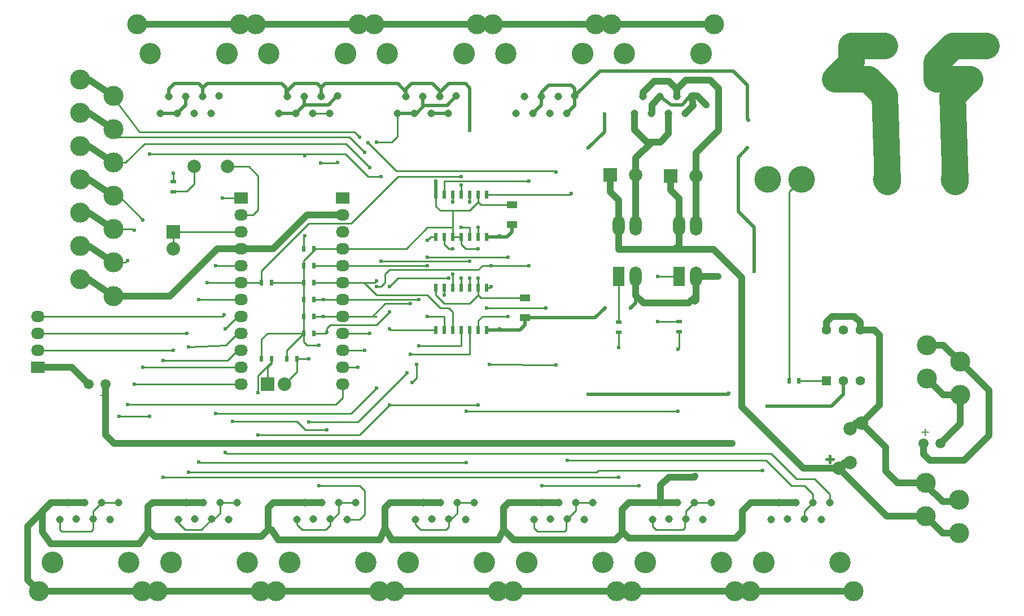
<source format=gtl>
G04 #@! TF.FileFunction,Copper,L1,Top,Signal*
%FSLAX46Y46*%
G04 Gerber Fmt 4.6, Leading zero omitted, Abs format (unit mm)*
G04 Created by KiCad (PCBNEW (2015-05-13 BZR 5653)-product) date Tue 09 Jun 2015 09:53:39 PM CEST*
%MOMM*%
G01*
G04 APERTURE LIST*
%ADD10C,0.100000*%
%ADD11C,0.150000*%
%ADD12C,0.381000*%
%ADD13C,3.000000*%
%ADD14R,2.032000X2.032000*%
%ADD15O,2.032000X2.032000*%
%ADD16R,2.032000X1.727200*%
%ADD17O,2.032000X1.727200*%
%ADD18C,3.251200*%
%ADD19C,3.200400*%
%ADD20C,1.143000*%
%ADD21C,1.501140*%
%ADD22C,1.998980*%
%ADD23R,1.600000X1.000000*%
%ADD24R,1.998980X1.998980*%
%ADD25R,1.397000X1.397000*%
%ADD26C,1.397000*%
%ADD27R,0.500000X0.900000*%
%ADD28R,0.900000X0.500000*%
%ADD29R,1.800000X3.000000*%
%ADD30O,1.800000X3.000000*%
%ADD31C,4.000000*%
%ADD32R,0.508000X1.143000*%
%ADD33C,0.600000*%
%ADD34C,0.250000*%
%ADD35C,1.000000*%
%ADD36C,0.500000*%
%ADD37C,4.000000*%
G04 APERTURE END LIST*
D10*
D11*
X124190760Y-85519260D02*
X123690380Y-85519260D01*
X124190760Y-85519260D02*
X124190760Y-86019640D01*
X124691140Y-85519260D02*
X124190760Y-85519260D01*
X124190760Y-85519260D02*
X124190760Y-85120480D01*
X124190760Y-85120480D02*
X124190760Y-85018880D01*
X247411240Y-91010740D02*
X247911620Y-91010740D01*
X247411240Y-91010740D02*
X247411240Y-90510360D01*
X246910860Y-91010740D02*
X247411240Y-91010740D01*
X247411240Y-91010740D02*
X247411240Y-91409520D01*
X247411240Y-91409520D02*
X247411240Y-91511120D01*
D12*
X232537000Y-95123000D02*
X233553000Y-95123000D01*
X233045000Y-95631000D02*
X233045000Y-94615000D01*
D13*
X247474740Y-98672640D03*
X252476000Y-101172000D03*
X252476000Y-106172000D03*
X247474740Y-103672640D03*
D14*
X148780000Y-83820000D03*
D15*
X151320000Y-83820000D03*
D16*
X160020000Y-55880000D03*
D17*
X160020000Y-58420000D03*
X160020000Y-60960000D03*
X160020000Y-63500000D03*
X160020000Y-66040000D03*
X160020000Y-68580000D03*
X160020000Y-71120000D03*
X160020000Y-73660000D03*
X160020000Y-76200000D03*
X160020000Y-78740000D03*
X160020000Y-81280000D03*
X160020000Y-83820000D03*
D16*
X144780000Y-55880000D03*
D17*
X144780000Y-58420000D03*
X144780000Y-60960000D03*
X144780000Y-63500000D03*
X144780000Y-66040000D03*
X144780000Y-68580000D03*
X144780000Y-71120000D03*
X144780000Y-73660000D03*
X144780000Y-76200000D03*
X144780000Y-78740000D03*
X144780000Y-81280000D03*
X144780000Y-83820000D03*
D18*
X213741000Y-34188400D03*
D19*
X202285600Y-34188400D03*
D20*
X205079600Y-40640000D03*
X207619600Y-40665400D03*
X210134200Y-40665400D03*
X212608160Y-40622220D03*
X203809600Y-43180000D03*
X206349600Y-43180000D03*
X208864200Y-43180000D03*
X211429600Y-43180000D03*
D13*
X215741000Y-29840000D03*
X200280000Y-29840000D03*
D14*
X134620000Y-60960000D03*
D15*
X134620000Y-63500000D03*
D21*
X121920000Y-83820000D03*
X124460000Y-83820000D03*
X249682000Y-92710000D03*
X247142000Y-92710000D03*
D22*
X237792260Y-89689940D03*
X234393740Y-96492060D03*
X236093000Y-90551000D03*
X236093000Y-95631000D03*
D23*
X185420000Y-56920000D03*
X185420000Y-59920000D03*
X187325000Y-70890000D03*
X187325000Y-73890000D03*
D18*
X142621000Y-34188400D03*
D19*
X131165600Y-34188400D03*
D20*
X133959600Y-40640000D03*
X136499600Y-40665400D03*
X139014200Y-40665400D03*
X141488160Y-40622220D03*
X132689600Y-43180000D03*
X135229600Y-43180000D03*
X137744200Y-43180000D03*
X140309600Y-43180000D03*
D13*
X144621000Y-29840000D03*
X129160000Y-29840000D03*
D22*
X212979000Y-52578000D03*
D24*
X209169000Y-52578000D03*
D22*
X203962000Y-52451000D03*
D24*
X200152000Y-52451000D03*
D18*
X116459000Y-110591600D03*
D19*
X127914400Y-110591600D03*
D20*
X125120400Y-104140000D03*
X122580400Y-104114600D03*
X120065800Y-104114600D03*
X117591840Y-104157780D03*
X126390400Y-101600000D03*
X123850400Y-101600000D03*
X121335800Y-101600000D03*
X118770400Y-101600000D03*
D13*
X114459000Y-114940000D03*
X129920000Y-114940000D03*
D18*
X134239000Y-110591600D03*
D19*
X145694400Y-110591600D03*
D20*
X142900400Y-104140000D03*
X140360400Y-104114600D03*
X137845800Y-104114600D03*
X135371840Y-104157780D03*
X144170400Y-101600000D03*
X141630400Y-101600000D03*
X139115800Y-101600000D03*
X136550400Y-101600000D03*
D13*
X132239000Y-114940000D03*
X147700000Y-114940000D03*
D18*
X195961000Y-34188400D03*
D19*
X184505600Y-34188400D03*
D20*
X187299600Y-40640000D03*
X189839600Y-40665400D03*
X192354200Y-40665400D03*
X194828160Y-40622220D03*
X186029600Y-43180000D03*
X188569600Y-43180000D03*
X191084200Y-43180000D03*
X193649600Y-43180000D03*
D13*
X197961000Y-29840000D03*
X182500000Y-29840000D03*
D18*
X223139000Y-110591600D03*
D19*
X234594400Y-110591600D03*
D20*
X231800400Y-104140000D03*
X229260400Y-104114600D03*
X226745800Y-104114600D03*
X224271840Y-104157780D03*
X233070400Y-101600000D03*
X230530400Y-101600000D03*
X228015800Y-101600000D03*
X225450400Y-101600000D03*
D13*
X221139000Y-114940000D03*
X236600000Y-114940000D03*
X249040640Y-38021260D03*
X251540000Y-33020000D03*
X256540000Y-33020000D03*
X254040640Y-38021260D03*
X233800640Y-38021260D03*
X236300000Y-33020000D03*
X241300000Y-33020000D03*
X238800640Y-38021260D03*
X247601740Y-77971640D03*
X252603000Y-80471000D03*
X252603000Y-85471000D03*
X247601740Y-82971640D03*
D25*
X232537000Y-83312000D03*
D26*
X235077000Y-83312000D03*
X237617000Y-83312000D03*
X237617000Y-75692000D03*
X235077000Y-75692000D03*
X232537000Y-75692000D03*
D27*
X154190000Y-73660000D03*
X155690000Y-73660000D03*
X154190000Y-71120000D03*
X155690000Y-71120000D03*
X154190000Y-68580000D03*
X155690000Y-68580000D03*
X155690000Y-66040000D03*
X154190000Y-66040000D03*
X147840000Y-80010000D03*
X149340000Y-80010000D03*
X151650000Y-80010000D03*
X153150000Y-80010000D03*
X149340000Y-68580000D03*
X147840000Y-68580000D03*
X154190000Y-76200000D03*
X155690000Y-76200000D03*
X155690000Y-63500000D03*
X154190000Y-63500000D03*
D28*
X210439000Y-74434000D03*
X210439000Y-75934000D03*
X201422000Y-74561000D03*
X201422000Y-76061000D03*
D27*
X226961000Y-83312000D03*
X228461000Y-83312000D03*
D16*
X114300000Y-81280000D03*
D17*
X114300000Y-78740000D03*
X114300000Y-76200000D03*
X114300000Y-73660000D03*
D13*
X120650000Y-68100000D03*
X125651260Y-70599360D03*
X125651260Y-65599360D03*
X120650000Y-63100000D03*
X120650000Y-58100000D03*
X125651260Y-60599360D03*
X125651260Y-55599360D03*
X120650000Y-53100000D03*
X120650000Y-48100000D03*
X125651260Y-50599360D03*
X125651260Y-45599360D03*
X120650000Y-43100000D03*
X120650000Y-38100000D03*
X125651260Y-40599360D03*
D18*
X152019000Y-110591600D03*
D19*
X163474400Y-110591600D03*
D20*
X160680400Y-104140000D03*
X158140400Y-104114600D03*
X155625800Y-104114600D03*
X153151840Y-104157780D03*
X161950400Y-101600000D03*
X159410400Y-101600000D03*
X156895800Y-101600000D03*
X154330400Y-101600000D03*
D13*
X150019000Y-114940000D03*
X165480000Y-114940000D03*
D18*
X169799000Y-110591600D03*
D19*
X181254400Y-110591600D03*
D20*
X178460400Y-104140000D03*
X175920400Y-104114600D03*
X173405800Y-104114600D03*
X170931840Y-104157780D03*
X179730400Y-101600000D03*
X177190400Y-101600000D03*
X174675800Y-101600000D03*
X172110400Y-101600000D03*
D13*
X167799000Y-114940000D03*
X183260000Y-114940000D03*
D18*
X178181000Y-34188400D03*
D19*
X166725600Y-34188400D03*
D20*
X169519600Y-40640000D03*
X172059600Y-40665400D03*
X174574200Y-40665400D03*
X177048160Y-40622220D03*
X168249600Y-43180000D03*
X170789600Y-43180000D03*
X173304200Y-43180000D03*
X175869600Y-43180000D03*
D13*
X180181000Y-29840000D03*
X164720000Y-29840000D03*
D18*
X160401000Y-34188400D03*
D19*
X148945600Y-34188400D03*
D20*
X151739600Y-40640000D03*
X154279600Y-40665400D03*
X156794200Y-40665400D03*
X159268160Y-40622220D03*
X150469600Y-43180000D03*
X153009600Y-43180000D03*
X155524200Y-43180000D03*
X158089600Y-43180000D03*
D13*
X162401000Y-29840000D03*
X146940000Y-29840000D03*
D18*
X187579000Y-110591600D03*
D19*
X199034400Y-110591600D03*
D20*
X196240400Y-104140000D03*
X193700400Y-104114600D03*
X191185800Y-104114600D03*
X188711840Y-104157780D03*
X197510400Y-101600000D03*
X194970400Y-101600000D03*
X192455800Y-101600000D03*
X189890400Y-101600000D03*
D13*
X185579000Y-114940000D03*
X201040000Y-114940000D03*
D18*
X205359000Y-110591600D03*
D19*
X216814400Y-110591600D03*
D20*
X214020400Y-104140000D03*
X211480400Y-104114600D03*
X208965800Y-104114600D03*
X206491840Y-104157780D03*
X215290400Y-101600000D03*
X212750400Y-101600000D03*
X210235800Y-101600000D03*
X207670400Y-101600000D03*
D13*
X203359000Y-114940000D03*
X218820000Y-114940000D03*
D29*
X210439000Y-67691000D03*
D30*
X212979000Y-67691000D03*
X212979000Y-60071000D03*
X210439000Y-60071000D03*
D29*
X201422000Y-67691000D03*
D30*
X203962000Y-67691000D03*
X203962000Y-60071000D03*
X201422000Y-60071000D03*
D31*
X251714000Y-53086000D03*
X241554000Y-53086000D03*
X228854000Y-53086000D03*
X223774000Y-53086000D03*
D22*
X142707360Y-51181000D03*
X137706100Y-51181000D03*
D28*
X134620000Y-54979000D03*
X134620000Y-53479000D03*
D32*
X173990000Y-75692000D03*
X175260000Y-75692000D03*
X176530000Y-75692000D03*
X177800000Y-75692000D03*
X179070000Y-75692000D03*
X180340000Y-75692000D03*
X181610000Y-75692000D03*
X181610000Y-69342000D03*
X180340000Y-69342000D03*
X177800000Y-69342000D03*
X176530000Y-69342000D03*
X175260000Y-69342000D03*
X173990000Y-69342000D03*
X179070000Y-69342000D03*
X173990000Y-61722000D03*
X175260000Y-61722000D03*
X176530000Y-61722000D03*
X177800000Y-61722000D03*
X179070000Y-61722000D03*
X180340000Y-61722000D03*
X181610000Y-61722000D03*
X181610000Y-55372000D03*
X180340000Y-55372000D03*
X177800000Y-55372000D03*
X176530000Y-55372000D03*
X175260000Y-55372000D03*
X173990000Y-55372000D03*
X179070000Y-55372000D03*
D33*
X134620000Y-52197000D03*
X212852000Y-97663000D03*
X212852000Y-71374000D03*
X162401000Y-29840000D03*
X216281000Y-67691000D03*
X214503000Y-41910000D03*
X152146000Y-60960000D03*
X183515000Y-75565000D03*
X183515000Y-61595000D03*
X199390000Y-72390000D03*
X203200000Y-72390000D03*
X167005000Y-75565000D03*
X167005000Y-86995000D03*
X147320000Y-91440000D03*
X147320000Y-85090000D03*
X180340000Y-86995000D03*
X189865000Y-99060000D03*
X204470000Y-99060000D03*
X175260000Y-70485000D03*
X181610000Y-72390000D03*
X190500000Y-72390000D03*
X154940000Y-80010000D03*
X154940000Y-89535000D03*
X169672000Y-82169000D03*
X207264000Y-74422000D03*
X207264000Y-67691000D03*
X156464000Y-99060000D03*
X156464000Y-77978000D03*
X180340000Y-63500000D03*
X180340000Y-67945000D03*
X179070000Y-45720000D03*
X173990000Y-53340000D03*
X172720000Y-66040000D03*
X172720000Y-73660000D03*
X165100000Y-68326000D03*
X165100000Y-47498000D03*
X170434000Y-83566000D03*
X156718000Y-50673000D03*
X159258000Y-50546000D03*
X163830000Y-47625000D03*
X192000000Y-52000000D03*
X192000000Y-81000000D03*
X181991000Y-80899000D03*
X171069000Y-80899000D03*
X157099000Y-71120000D03*
X171450000Y-71120000D03*
X171450000Y-78105000D03*
X157099000Y-73660000D03*
X170180000Y-71755000D03*
X170180000Y-79375000D03*
X164084000Y-76200000D03*
X164084000Y-51308000D03*
X163322000Y-78740000D03*
X163322000Y-49022000D03*
X162306000Y-81280000D03*
X162560000Y-46736000D03*
X127762000Y-86868000D03*
X127762000Y-65278000D03*
X141986000Y-55880000D03*
X142240000Y-73406000D03*
X136652000Y-76200000D03*
X134620000Y-78740000D03*
X182245000Y-66040000D03*
X182245000Y-69215000D03*
X140970000Y-66040000D03*
X140970000Y-88265000D03*
X165100000Y-84455000D03*
X165100000Y-69215000D03*
X187960000Y-53340000D03*
X187960000Y-66040000D03*
X139700000Y-68580000D03*
X177800000Y-53975000D03*
X177800000Y-52705000D03*
X210312000Y-78613000D03*
X210312000Y-87884000D03*
X178562000Y-87884000D03*
X178562000Y-95631000D03*
X138430000Y-95504000D03*
X138430000Y-71120000D03*
X142367000Y-75565000D03*
X142367000Y-94107000D03*
X223012000Y-96774000D03*
X136906000Y-97028000D03*
X136906000Y-78232000D03*
X133096000Y-80264000D03*
X133096000Y-97790000D03*
X201422000Y-97790000D03*
X201422000Y-78359000D03*
X130048000Y-81280000D03*
X130048000Y-59182000D03*
X128778000Y-83820000D03*
X128778000Y-60706000D03*
X218440000Y-92710000D03*
X221742000Y-66929000D03*
X220726000Y-48387000D03*
X220853000Y-44196000D03*
X131064000Y-49276000D03*
X131064000Y-88646000D03*
X126492000Y-88646000D03*
X179070000Y-67945000D03*
X179070000Y-65405000D03*
X165735000Y-65405000D03*
X165735000Y-52705000D03*
X154305000Y-49530000D03*
X154305000Y-61595000D03*
X143510000Y-89408000D03*
X157607000Y-90678000D03*
X157607000Y-76073000D03*
X167005000Y-73025000D03*
X167005000Y-69215000D03*
X175895000Y-67945000D03*
X177800000Y-67945000D03*
X223647000Y-87122000D03*
X217932000Y-85217000D03*
X196850000Y-85344000D03*
X196850000Y-48387000D03*
X199263000Y-43307000D03*
X172720000Y-62230000D03*
X172720000Y-64770000D03*
X184785000Y-64770000D03*
X184785000Y-73660000D03*
X176530000Y-63500000D03*
X176530000Y-67310000D03*
X176530000Y-56515000D03*
X177800000Y-60325000D03*
X179070000Y-56515000D03*
X180340000Y-60325000D03*
X194310000Y-55245000D03*
X193675000Y-95250000D03*
D34*
X134620000Y-52197000D02*
X134620000Y-53479000D01*
D35*
X212852000Y-97663000D02*
X212725000Y-97790000D01*
X212725000Y-97790000D02*
X208915000Y-97790000D01*
X208915000Y-97790000D02*
X207670400Y-99034600D01*
X207670400Y-99034600D02*
X207670400Y-101600000D01*
X212979000Y-71247000D02*
X212852000Y-71374000D01*
X212979000Y-67691000D02*
X212979000Y-71247000D01*
X225450400Y-101600000D02*
X228015800Y-101600000D01*
X201930000Y-106172000D02*
X202184000Y-106172000D01*
X221234000Y-101600000D02*
X225450400Y-101600000D01*
X219964000Y-102870000D02*
X221234000Y-101600000D01*
X219964000Y-105918000D02*
X219964000Y-102870000D01*
X218948000Y-106934000D02*
X219964000Y-105918000D01*
X202946000Y-106934000D02*
X218948000Y-106934000D01*
X202184000Y-106172000D02*
X202946000Y-106934000D01*
X189890400Y-101600000D02*
X192455800Y-101600000D01*
X207670400Y-101600000D02*
X210235800Y-101600000D01*
X184150000Y-105664000D02*
X185674000Y-107188000D01*
X202946000Y-101600000D02*
X207670400Y-101600000D01*
X201930000Y-102616000D02*
X202946000Y-101600000D01*
X201930000Y-106172000D02*
X201930000Y-102616000D01*
X200914000Y-107188000D02*
X201930000Y-106172000D01*
X185674000Y-107188000D02*
X200914000Y-107188000D01*
D34*
X221139000Y-113697000D02*
X221139000Y-114940000D01*
D35*
X221139000Y-114940000D02*
X236600000Y-114940000D01*
X146940000Y-29840000D02*
X144621000Y-29840000D01*
X164720000Y-29840000D02*
X162401000Y-29840000D01*
X144621000Y-29840000D02*
X129160000Y-29840000D01*
X162401000Y-29840000D02*
X146940000Y-29840000D01*
D34*
X162401000Y-29840000D02*
X164720000Y-29840000D01*
X155524200Y-43180000D02*
X158089600Y-43180000D01*
D35*
X165480000Y-114940000D02*
X167799000Y-114940000D01*
D34*
X154178000Y-101447600D02*
X154330400Y-101600000D01*
D36*
X173304200Y-43180000D02*
X175869600Y-43180000D01*
D35*
X180181000Y-29840000D02*
X164720000Y-29840000D01*
X150019000Y-114940000D02*
X165480000Y-114940000D01*
X167799000Y-114940000D02*
X183260000Y-114940000D01*
D34*
X172085000Y-101574600D02*
X172110400Y-101600000D01*
D35*
X180181000Y-29840000D02*
X182500000Y-29840000D01*
X183260000Y-114940000D02*
X185579000Y-114940000D01*
X182500000Y-29840000D02*
X197961000Y-29840000D01*
X125651260Y-70599360D02*
X134124640Y-70599360D01*
X141224000Y-63500000D02*
X144780000Y-63500000D01*
X134124640Y-70599360D02*
X141224000Y-63500000D01*
X144780000Y-63500000D02*
X149606000Y-63500000D01*
X152146000Y-60960000D02*
X154686000Y-58420000D01*
X149606000Y-63500000D02*
X152146000Y-60960000D01*
X154686000Y-58420000D02*
X160020000Y-58420000D01*
X247474740Y-98672640D02*
X243198640Y-98672640D01*
X241427000Y-93324680D02*
X237792260Y-89689940D01*
X241427000Y-96901000D02*
X241427000Y-93324680D01*
X243198640Y-98672640D02*
X241427000Y-96901000D01*
X212979000Y-67691000D02*
X216281000Y-67691000D01*
X114300000Y-81280000D02*
X119380000Y-81280000D01*
X119380000Y-81280000D02*
X121920000Y-83820000D01*
X120650000Y-68100000D02*
X121881900Y-68100000D01*
X121881900Y-68100000D02*
X125651260Y-70599360D01*
D34*
X203359000Y-113824000D02*
X203359000Y-114940000D01*
D35*
X218820000Y-114940000D02*
X221139000Y-114940000D01*
X201040000Y-114940000D02*
X203359000Y-114940000D01*
X203359000Y-114940000D02*
X218820000Y-114940000D01*
X147700000Y-114940000D02*
X150019000Y-114940000D01*
X129920000Y-114940000D02*
X132239000Y-114940000D01*
X114459000Y-114940000D02*
X129920000Y-114940000D01*
X132239000Y-114940000D02*
X147700000Y-114940000D01*
X185579000Y-114940000D02*
X201040000Y-114940000D01*
D34*
X136398000Y-101447600D02*
X136550400Y-101600000D01*
X189992000Y-101498400D02*
X189890400Y-101600000D01*
D35*
X236954060Y-89689940D02*
X236093000Y-90551000D01*
X237792260Y-89689940D02*
X236954060Y-89689940D01*
X206375000Y-43154600D02*
X206349600Y-43180000D01*
X206375000Y-41910000D02*
X206375000Y-43154600D01*
X207619600Y-40665400D02*
X206375000Y-41910000D01*
X212608160Y-42001440D02*
X211429600Y-43180000D01*
X212354160Y-40622220D02*
X212608160Y-42001440D01*
D36*
X209245200Y-41910000D02*
X207619600Y-40665400D01*
X210947000Y-41910000D02*
X209245200Y-41910000D01*
X212107780Y-40622220D02*
X210947000Y-41910000D01*
D34*
X212354160Y-40622220D02*
X212107780Y-40622220D01*
D35*
X213215220Y-40622220D02*
X214503000Y-41910000D01*
X212354160Y-40622220D02*
X213215220Y-40622220D01*
X239725200Y-75692000D02*
X240538000Y-76504800D01*
X240538000Y-76504800D02*
X240538000Y-86944200D01*
X240538000Y-86944200D02*
X237792260Y-89689940D01*
X237617000Y-75692000D02*
X239725200Y-75692000D01*
X237617000Y-74549000D02*
X236728000Y-73660000D01*
X236728000Y-73660000D02*
X233426000Y-73660000D01*
X233426000Y-73660000D02*
X232537000Y-74549000D01*
X232537000Y-74549000D02*
X232537000Y-75692000D01*
X237617000Y-75692000D02*
X237617000Y-74549000D01*
X203962000Y-70510400D02*
X203962000Y-67691000D01*
X205130400Y-71678800D02*
X203962000Y-70510400D01*
X211937600Y-71678800D02*
X205130400Y-71678800D01*
X212979000Y-70637400D02*
X211937600Y-71678800D01*
X212979000Y-67691000D02*
X212979000Y-70637400D01*
X200280000Y-29840000D02*
X215741000Y-29840000D01*
X197961000Y-29840000D02*
X200280000Y-29840000D01*
X249974100Y-101473000D02*
X247474740Y-98973640D01*
X252476000Y-101473000D02*
X249974100Y-101473000D01*
X116205000Y-101600000D02*
X114935000Y-102870000D01*
X114935000Y-102870000D02*
X114935000Y-106045000D01*
X114935000Y-106045000D02*
X116205000Y-107823000D01*
X116205000Y-107823000D02*
X129540000Y-107823000D01*
X129540000Y-107823000D02*
X130810000Y-106045000D01*
X130810000Y-105918000D02*
X130810000Y-102235000D01*
X130810000Y-106045000D02*
X130810000Y-105918000D01*
X130810000Y-102235000D02*
X131445000Y-101600000D01*
X131445000Y-101600000D02*
X136550400Y-101600000D01*
X118770400Y-101600000D02*
X116205000Y-101600000D01*
X131064000Y-105918000D02*
X131826000Y-106680000D01*
X131826000Y-106680000D02*
X147828000Y-106680000D01*
X147828000Y-106680000D02*
X148844000Y-105664000D01*
X148844000Y-105664000D02*
X148844000Y-102362000D01*
X148844000Y-102362000D02*
X149606000Y-101600000D01*
X149606000Y-101600000D02*
X154330400Y-101600000D01*
X130810000Y-105918000D02*
X131064000Y-105918000D01*
X149352000Y-105664000D02*
X150368000Y-107188000D01*
X150368000Y-107188000D02*
X165608000Y-107188000D01*
X165608000Y-107188000D02*
X166370000Y-105410000D01*
X166370000Y-105410000D02*
X166370000Y-102362000D01*
X166370000Y-102362000D02*
X167132000Y-101600000D01*
X167132000Y-101600000D02*
X172110400Y-101600000D01*
X148844000Y-105664000D02*
X149352000Y-105664000D01*
X167386000Y-107188000D02*
X183388000Y-107188000D01*
X183388000Y-107188000D02*
X184150000Y-105664000D01*
X184150000Y-105664000D02*
X184150000Y-102362000D01*
X184150000Y-102362000D02*
X184912000Y-101600000D01*
X184912000Y-101600000D02*
X189890400Y-101600000D01*
X166370000Y-105410000D02*
X167386000Y-107188000D01*
X116332000Y-101600000D02*
X112776000Y-105156000D01*
X112776000Y-105156000D02*
X112776000Y-113257000D01*
X112776000Y-113257000D02*
X114459000Y-114940000D01*
X118770400Y-101600000D02*
X116332000Y-101600000D01*
X118770400Y-101600000D02*
X121335800Y-101600000D01*
X154330400Y-101600000D02*
X156895800Y-101600000D01*
X172110400Y-101600000D02*
X174675800Y-101600000D01*
X136550400Y-101600000D02*
X139115800Y-101600000D01*
D36*
X186563000Y-75692000D02*
X187325000Y-74930000D01*
X187325000Y-74930000D02*
X187325000Y-73890000D01*
X181610000Y-75692000D02*
X186563000Y-75692000D01*
X185420000Y-60960000D02*
X185420000Y-59920000D01*
X184658000Y-61722000D02*
X185420000Y-60960000D01*
X181610000Y-61722000D02*
X184658000Y-61722000D01*
X183388000Y-75692000D02*
X181610000Y-75692000D01*
X183515000Y-75565000D02*
X183388000Y-75692000D01*
X183388000Y-61722000D02*
X183515000Y-61595000D01*
X181610000Y-61722000D02*
X183388000Y-61722000D01*
X197890000Y-73890000D02*
X199390000Y-72390000D01*
X203200000Y-72390000D02*
X203962000Y-71628000D01*
X203962000Y-71628000D02*
X203962000Y-67691000D01*
X187325000Y-73890000D02*
X197890000Y-73890000D01*
D35*
X252476000Y-106172000D02*
X249974100Y-106172000D01*
X249974100Y-106172000D02*
X247474740Y-103672640D01*
X234393740Y-96492060D02*
X234414060Y-96492060D01*
X234414060Y-96492060D02*
X241594640Y-103672640D01*
X241594640Y-103672640D02*
X247474740Y-103672640D01*
X235254800Y-95631000D02*
X234393740Y-96492060D01*
X236093000Y-95631000D02*
X235254800Y-95631000D01*
X229080060Y-96492060D02*
X219837000Y-87249000D01*
X219837000Y-87249000D02*
X219837000Y-67818000D01*
X219837000Y-67818000D02*
X215646000Y-63627000D01*
X209804000Y-63627000D02*
X201422000Y-63627000D01*
X215646000Y-63627000D02*
X209804000Y-63627000D01*
X201422000Y-63627000D02*
X201422000Y-60071000D01*
X234393740Y-96492060D02*
X229080060Y-96492060D01*
X210439000Y-62992000D02*
X209804000Y-63627000D01*
X210439000Y-60071000D02*
X210439000Y-62992000D01*
X200152000Y-54991000D02*
X201422000Y-56261000D01*
X201422000Y-56261000D02*
X201422000Y-60071000D01*
X200152000Y-52451000D02*
X200152000Y-54991000D01*
X209169000Y-54737000D02*
X210439000Y-56007000D01*
X210439000Y-56007000D02*
X210439000Y-60071000D01*
X209169000Y-52578000D02*
X209169000Y-54737000D01*
D34*
X188711840Y-104157780D02*
X188711840Y-105399840D01*
X193548000Y-105664000D02*
X193548000Y-104267000D01*
X193294000Y-105918000D02*
X193548000Y-105664000D01*
X189230000Y-105918000D02*
X193294000Y-105918000D01*
X188711840Y-105399840D02*
X189230000Y-105918000D01*
X193548000Y-104267000D02*
X193700400Y-104114600D01*
X188711840Y-104157780D02*
X188711840Y-104129840D01*
X197510400Y-101600000D02*
X194970400Y-101600000D01*
X194970400Y-102844600D02*
X193700400Y-104114600D01*
X194970400Y-101600000D02*
X194970400Y-102844600D01*
X167005000Y-75565000D02*
X167132000Y-75692000D01*
X167132000Y-75692000D02*
X173990000Y-75692000D01*
X162560000Y-91440000D02*
X167005000Y-86995000D01*
X147320000Y-91440000D02*
X162560000Y-91440000D01*
X147320000Y-82550000D02*
X147320000Y-85090000D01*
X149340000Y-80530000D02*
X147320000Y-82550000D01*
X149340000Y-80010000D02*
X149340000Y-80530000D01*
X180340000Y-86995000D02*
X167005000Y-86995000D01*
X149340000Y-80784000D02*
X148780000Y-81344000D01*
X148780000Y-81344000D02*
X148780000Y-83820000D01*
X149340000Y-80010000D02*
X149340000Y-80784000D01*
X206491840Y-104157780D02*
X206491840Y-105145840D01*
X211328000Y-105410000D02*
X211328000Y-104267000D01*
X211074000Y-105664000D02*
X211328000Y-105410000D01*
X210820000Y-105664000D02*
X211074000Y-105664000D01*
X207010000Y-105664000D02*
X210820000Y-105664000D01*
X206491840Y-105145840D02*
X207010000Y-105664000D01*
X211328000Y-104267000D02*
X211480400Y-104114600D01*
X215290400Y-101600000D02*
X212750400Y-101600000D01*
X212750400Y-101600000D02*
X211480400Y-102870000D01*
X211480400Y-102870000D02*
X211480400Y-104114600D01*
X189865000Y-99060000D02*
X204470000Y-99060000D01*
X181610000Y-72390000D02*
X190500000Y-72390000D01*
X175260000Y-69342000D02*
X175260000Y-70485000D01*
X153150000Y-81990000D02*
X151320000Y-83820000D01*
X153150000Y-80010000D02*
X153150000Y-81990000D01*
X154940000Y-89535000D02*
X162306000Y-89535000D01*
X162306000Y-89535000D02*
X169672000Y-82169000D01*
X153150000Y-80010000D02*
X154940000Y-80010000D01*
X210439000Y-67691000D02*
X207264000Y-67691000D01*
X207276000Y-74434000D02*
X210439000Y-74434000D01*
X207264000Y-74422000D02*
X207276000Y-74434000D01*
D35*
X212979000Y-52578000D02*
X212979000Y-60071000D01*
X210134200Y-39547800D02*
X211455000Y-38227000D01*
X211455000Y-38227000D02*
X215138000Y-38227000D01*
X215138000Y-38227000D02*
X216408000Y-39497000D01*
X216408000Y-39497000D02*
X216408000Y-45720000D01*
X216408000Y-45720000D02*
X212979000Y-49149000D01*
X212979000Y-49149000D02*
X212979000Y-52578000D01*
X210134200Y-40665400D02*
X210134200Y-39547800D01*
X210134200Y-39547800D02*
X210134200Y-40665400D01*
X205079600Y-40030400D02*
X206756000Y-38354000D01*
X206756000Y-38354000D02*
X208940400Y-38354000D01*
X208940400Y-38354000D02*
X210134200Y-39547800D01*
X205079600Y-40640000D02*
X205079600Y-40030400D01*
D34*
X154190000Y-76200000D02*
X154190000Y-77482000D01*
X162560000Y-104140000D02*
X160680400Y-104140000D01*
X163322000Y-103378000D02*
X162560000Y-104140000D01*
X163322000Y-99822000D02*
X163322000Y-103378000D01*
X162560000Y-99060000D02*
X163322000Y-99822000D01*
X156464000Y-99060000D02*
X162560000Y-99060000D01*
X154686000Y-77978000D02*
X156464000Y-77978000D01*
X154190000Y-77482000D02*
X154686000Y-77978000D01*
X151650000Y-80010000D02*
X151650000Y-78740000D01*
X151650000Y-78740000D02*
X154190000Y-76200000D01*
X154190000Y-76200000D02*
X148717000Y-76200000D01*
X147840000Y-77077000D02*
X147840000Y-80010000D01*
X148717000Y-76200000D02*
X147840000Y-77077000D01*
X154190000Y-73660000D02*
X154190000Y-76200000D01*
X154190000Y-71120000D02*
X154190000Y-73660000D01*
X154190000Y-68580000D02*
X154190000Y-71120000D01*
X154190000Y-66040000D02*
X154190000Y-68580000D01*
X155690000Y-63500000D02*
X155690000Y-63766000D01*
X155690000Y-63766000D02*
X154190000Y-65266000D01*
X154190000Y-65266000D02*
X154190000Y-66040000D01*
X160020000Y-63500000D02*
X155690000Y-63500000D01*
X151650000Y-80010000D02*
X151650000Y-79768000D01*
X155690000Y-63500000D02*
X155690000Y-63893000D01*
X149340000Y-68580000D02*
X154190000Y-68580000D01*
X226695000Y-104165400D02*
X226745800Y-104114600D01*
D36*
X139700000Y-38735000D02*
X150876000Y-38735000D01*
X150876000Y-38735000D02*
X151511000Y-39370000D01*
X151511000Y-39370000D02*
X151511000Y-40411400D01*
X139014200Y-40665400D02*
X139014200Y-39420800D01*
X139014200Y-39420800D02*
X139700000Y-38735000D01*
D34*
X151511000Y-40411400D02*
X151739600Y-40640000D01*
D36*
X134747000Y-38735000D02*
X138430000Y-38735000D01*
X138430000Y-38735000D02*
X139014200Y-39319200D01*
X139014200Y-39319200D02*
X139014200Y-40665400D01*
X133959600Y-40640000D02*
X133959600Y-39522400D01*
X133959600Y-39522400D02*
X134747000Y-38735000D01*
X168275000Y-38735000D02*
X157353000Y-38735000D01*
X157353000Y-38735000D02*
X156794200Y-39293800D01*
X156794200Y-39293800D02*
X156794200Y-40665400D01*
X169519600Y-40640000D02*
X169519600Y-39979600D01*
X169519600Y-39979600D02*
X168275000Y-38735000D01*
X170307000Y-38735000D02*
X173482000Y-38735000D01*
X173482000Y-38735000D02*
X174574200Y-39827200D01*
X169519600Y-40640000D02*
X169519600Y-39522400D01*
X169519600Y-39522400D02*
X170307000Y-38735000D01*
X152781000Y-38735000D02*
X156210000Y-38735000D01*
X156210000Y-38735000D02*
X156794200Y-39319200D01*
X156794200Y-39319200D02*
X156794200Y-40665400D01*
X151739600Y-40640000D02*
X151739600Y-39776400D01*
X151739600Y-39776400D02*
X152781000Y-38735000D01*
D34*
X125120400Y-104140000D02*
X125120400Y-104622600D01*
X155702000Y-104190800D02*
X155625800Y-104114600D01*
X173482000Y-104190800D02*
X173405800Y-104114600D01*
X196088000Y-104292400D02*
X196240400Y-104140000D01*
X155321000Y-104419400D02*
X155625800Y-104114600D01*
X180745000Y-70890000D02*
X180340000Y-70485000D01*
X187325000Y-70890000D02*
X180745000Y-70890000D01*
X179070000Y-71755000D02*
X175260000Y-71755000D01*
X175260000Y-71755000D02*
X173990000Y-70485000D01*
X173990000Y-70485000D02*
X173990000Y-69342000D01*
X180340000Y-70485000D02*
X179070000Y-71755000D01*
X180340000Y-69342000D02*
X180340000Y-70485000D01*
X174574200Y-40665400D02*
X174574200Y-39827200D01*
X180745000Y-56920000D02*
X180340000Y-56515000D01*
X185420000Y-56920000D02*
X180745000Y-56920000D01*
X174625000Y-57785000D02*
X173990000Y-57150000D01*
X179070000Y-57785000D02*
X174625000Y-57785000D01*
X173990000Y-57150000D02*
X173990000Y-55372000D01*
X180340000Y-56515000D02*
X179070000Y-57785000D01*
X176530000Y-57785000D02*
X176530000Y-61722000D01*
X179070000Y-57785000D02*
X176530000Y-57785000D01*
X180340000Y-56515000D02*
X179070000Y-57785000D01*
X180340000Y-55372000D02*
X180340000Y-56515000D01*
X176530000Y-61722000D02*
X177800000Y-61722000D01*
X177800000Y-62865000D02*
X178435000Y-63500000D01*
X178435000Y-63500000D02*
X180340000Y-63500000D01*
X180340000Y-67945000D02*
X180340000Y-69342000D01*
X177800000Y-61722000D02*
X177800000Y-62865000D01*
D36*
X174574200Y-40055800D02*
X175895000Y-38735000D01*
X175895000Y-38735000D02*
X178435000Y-38735000D01*
X178435000Y-38735000D02*
X179070000Y-39370000D01*
X179070000Y-39370000D02*
X179070000Y-45720000D01*
X173990000Y-53340000D02*
X173990000Y-55372000D01*
X174574200Y-40665400D02*
X174574200Y-40055800D01*
D34*
X169545000Y-63500000D02*
X172720000Y-60325000D01*
X172720000Y-60325000D02*
X176530000Y-60325000D01*
X176530000Y-60325000D02*
X176530000Y-61722000D01*
X160020000Y-63500000D02*
X169545000Y-63500000D01*
X155690000Y-66040000D02*
X160020000Y-66040000D01*
D36*
X153009600Y-43180000D02*
X150469600Y-43180000D01*
X153009600Y-43180000D02*
X154279600Y-41910000D01*
X154279600Y-41910000D02*
X157861000Y-41910000D01*
X157861000Y-41910000D02*
X159148780Y-40622220D01*
D34*
X159148780Y-40622220D02*
X159268160Y-40622220D01*
D36*
X154279600Y-40665400D02*
X154279600Y-41910000D01*
D34*
X172720000Y-73660000D02*
X175260000Y-73660000D01*
X175260000Y-73660000D02*
X175260000Y-75692000D01*
X160020000Y-66040000D02*
X172720000Y-66040000D01*
X168249600Y-43180000D02*
X168249600Y-46634400D01*
X164846000Y-68580000D02*
X160020000Y-68580000D01*
X165100000Y-68326000D02*
X164846000Y-68580000D01*
X167386000Y-47498000D02*
X165100000Y-47498000D01*
X168249600Y-46634400D02*
X167386000Y-47498000D01*
X155690000Y-68580000D02*
X160020000Y-68580000D01*
X170789600Y-43180000D02*
X171069000Y-43180000D01*
D36*
X175633380Y-42037000D02*
X177048160Y-40622220D01*
X171069000Y-43180000D02*
X172212000Y-42037000D01*
X172212000Y-42037000D02*
X175633380Y-42037000D01*
D34*
X171069000Y-43180000D02*
X172059600Y-42189400D01*
X171069000Y-43180000D02*
X172059600Y-42189400D01*
D36*
X172059600Y-42189400D02*
X172059600Y-40665400D01*
X168249600Y-43180000D02*
X170789600Y-43180000D01*
D34*
X163195000Y-68580000D02*
X165100000Y-70485000D01*
X165100000Y-70485000D02*
X172720000Y-70485000D01*
X172720000Y-70485000D02*
X174625000Y-72390000D01*
X174625000Y-72390000D02*
X175895000Y-72390000D01*
X175895000Y-72390000D02*
X176530000Y-73025000D01*
X176530000Y-73025000D02*
X176530000Y-75692000D01*
X160020000Y-68580000D02*
X163195000Y-68580000D01*
X171069000Y-80899000D02*
X171069000Y-82931000D01*
X171069000Y-82931000D02*
X170434000Y-83566000D01*
X177190400Y-101600000D02*
X179730400Y-101600000D01*
X175920400Y-104114600D02*
X176301400Y-104114600D01*
X176301400Y-104114600D02*
X177190400Y-103225600D01*
X177190400Y-103225600D02*
X177190400Y-101600000D01*
X170931840Y-104157780D02*
X170931840Y-104891840D01*
X175920400Y-105257600D02*
X175920400Y-104114600D01*
X175514000Y-105664000D02*
X175920400Y-105257600D01*
X171704000Y-105664000D02*
X175514000Y-105664000D01*
X170931840Y-104891840D02*
X171704000Y-105664000D01*
X159131000Y-50673000D02*
X156718000Y-50673000D01*
X159258000Y-50546000D02*
X159131000Y-50673000D01*
X168021000Y-51816000D02*
X163830000Y-47625000D01*
X191873000Y-51873000D02*
X168021000Y-51816000D01*
X192000000Y-52000000D02*
X191873000Y-51873000D01*
X181991000Y-80899000D02*
X192000000Y-81000000D01*
X155690000Y-71120000D02*
X157099000Y-71120000D01*
X155690000Y-71120000D02*
X160020000Y-71120000D01*
X171450000Y-78105000D02*
X177800000Y-78105000D01*
X177800000Y-78105000D02*
X177800000Y-75692000D01*
X160020000Y-71120000D02*
X171450000Y-71120000D01*
X159410400Y-101600000D02*
X161950400Y-101600000D01*
X158140400Y-104114600D02*
X158521400Y-104114600D01*
X158521400Y-104114600D02*
X159410400Y-103225600D01*
X159410400Y-103225600D02*
X159410400Y-101600000D01*
X153151840Y-104157780D02*
X153151840Y-104891840D01*
X158140400Y-105003600D02*
X158140400Y-104114600D01*
X157480000Y-105664000D02*
X158140400Y-105003600D01*
X153924000Y-105664000D02*
X157480000Y-105664000D01*
X153151840Y-104891840D02*
X153924000Y-105664000D01*
X155690000Y-73660000D02*
X157099000Y-73660000D01*
X155690000Y-73660000D02*
X160020000Y-73660000D01*
X165100000Y-73660000D02*
X164465000Y-73660000D01*
X164465000Y-73660000D02*
X166370000Y-71755000D01*
X166370000Y-71755000D02*
X170180000Y-71755000D01*
X170180000Y-79375000D02*
X179070000Y-79375000D01*
X179070000Y-79375000D02*
X179070000Y-75692000D01*
X160020000Y-73660000D02*
X165100000Y-73660000D01*
X125651260Y-50599360D02*
X127454640Y-50599360D01*
X164084000Y-76200000D02*
X160020000Y-76200000D01*
X160528000Y-47752000D02*
X164084000Y-51308000D01*
X130302000Y-47752000D02*
X160528000Y-47752000D01*
X127454640Y-50599360D02*
X130302000Y-47752000D01*
D35*
X120650000Y-48100000D02*
X121881900Y-48100000D01*
X121881900Y-48100000D02*
X125651260Y-50599360D01*
D34*
X125651260Y-50599360D02*
X125651260Y-51356260D01*
X125651260Y-45599360D02*
X125651260Y-45641260D01*
X125651260Y-45641260D02*
X125476000Y-46736000D01*
X163322000Y-78740000D02*
X160020000Y-78740000D01*
X161036000Y-46736000D02*
X163322000Y-49022000D01*
X125476000Y-46736000D02*
X161036000Y-46736000D01*
D35*
X120650000Y-43100000D02*
X121881900Y-43100000D01*
X121881900Y-43100000D02*
X125651260Y-45599360D01*
D34*
X125651260Y-40599360D02*
X125651260Y-40815260D01*
X125651260Y-40815260D02*
X129540000Y-45974000D01*
X162306000Y-81280000D02*
X160020000Y-81280000D01*
X161798000Y-45974000D02*
X162560000Y-46736000D01*
X129540000Y-45974000D02*
X161798000Y-45974000D01*
D35*
X120650000Y-38100000D02*
X121881900Y-38100000D01*
X121881900Y-38100000D02*
X125651260Y-40599360D01*
D34*
X125651260Y-40599360D02*
X126705360Y-40599360D01*
X125651260Y-65599360D02*
X127440640Y-65599360D01*
X160020000Y-85852000D02*
X160020000Y-83820000D01*
X159004000Y-86868000D02*
X160020000Y-85852000D01*
X127762000Y-86868000D02*
X159004000Y-86868000D01*
X127440640Y-65599360D02*
X127762000Y-65278000D01*
X125651260Y-65599360D02*
X125651260Y-64975740D01*
D35*
X120650000Y-63100000D02*
X121881900Y-63100000D01*
X121881900Y-63100000D02*
X125651260Y-65599360D01*
D34*
X114300000Y-73660000D02*
X141986000Y-73660000D01*
X141986000Y-55880000D02*
X144780000Y-55880000D01*
X141986000Y-73660000D02*
X142240000Y-73406000D01*
X114300000Y-76200000D02*
X136652000Y-76200000D01*
X142707360Y-51181000D02*
X145923000Y-51181000D01*
X146558000Y-58420000D02*
X144780000Y-58420000D01*
X147320000Y-57658000D02*
X146558000Y-58420000D01*
X147320000Y-57023000D02*
X147320000Y-57658000D01*
X147320000Y-52578000D02*
X147320000Y-57023000D01*
X145923000Y-51181000D02*
X147320000Y-52578000D01*
X134620000Y-60960000D02*
X144780000Y-60960000D01*
X114300000Y-78740000D02*
X134620000Y-78740000D01*
X134620000Y-60960000D02*
X134620000Y-63500000D01*
X134620000Y-63500000D02*
X134646694Y-64374441D01*
X180975000Y-66040000D02*
X182245000Y-66040000D01*
X182245000Y-69215000D02*
X182118000Y-69342000D01*
X182118000Y-69342000D02*
X181610000Y-69342000D01*
X180975000Y-66040000D02*
X182245000Y-66040000D01*
X140970000Y-88265000D02*
X161290000Y-88265000D01*
X161290000Y-88265000D02*
X165100000Y-84455000D01*
X165100000Y-69215000D02*
X165735000Y-69215000D01*
X165735000Y-69215000D02*
X166370000Y-68580000D01*
X166370000Y-68580000D02*
X166370000Y-67310000D01*
X166370000Y-67310000D02*
X167005000Y-66675000D01*
X167005000Y-66675000D02*
X180340000Y-66675000D01*
X180340000Y-66675000D02*
X180975000Y-66040000D01*
X144780000Y-66040000D02*
X140970000Y-66040000D01*
X175260000Y-53340000D02*
X187960000Y-53340000D01*
X187960000Y-66040000D02*
X182245000Y-66040000D01*
X175260000Y-55372000D02*
X175260000Y-53340000D01*
X139700000Y-68580000D02*
X144780000Y-68580000D01*
X144780000Y-68580000D02*
X147840000Y-68580000D01*
X141488160Y-40622220D02*
X141841220Y-40622220D01*
D36*
X135229600Y-43180000D02*
X132689600Y-43180000D01*
D34*
X135229600Y-43180000D02*
X135229600Y-43078400D01*
D36*
X136499600Y-40665400D02*
X136499600Y-41910000D01*
X136499600Y-41910000D02*
X135229600Y-43180000D01*
D34*
X177800000Y-52705000D02*
X168275000Y-52705000D01*
X168275000Y-52705000D02*
X161290000Y-59690000D01*
X161290000Y-59690000D02*
X154940000Y-59690000D01*
X154940000Y-59690000D02*
X147840000Y-66790000D01*
X147840000Y-66790000D02*
X147840000Y-68580000D01*
X177800000Y-55372000D02*
X177800000Y-53975000D01*
X144780000Y-71120000D02*
X138430000Y-71120000D01*
X210439000Y-78486000D02*
X210439000Y-75934000D01*
X210312000Y-78613000D02*
X210439000Y-78486000D01*
X178562000Y-87884000D02*
X210312000Y-87884000D01*
X138557000Y-95631000D02*
X178562000Y-95631000D01*
X138430000Y-95504000D02*
X138557000Y-95631000D01*
X233070400Y-101600000D02*
X233070400Y-100355400D01*
X142367000Y-75565000D02*
X144272000Y-73660000D01*
X142494000Y-94234000D02*
X142367000Y-94107000D01*
X224282000Y-94234000D02*
X142494000Y-94234000D01*
X228092000Y-98044000D02*
X224282000Y-94234000D01*
X230759000Y-98044000D02*
X228092000Y-98044000D01*
X233070400Y-100355400D02*
X230759000Y-98044000D01*
X144272000Y-73660000D02*
X144780000Y-73660000D01*
X144780000Y-76200000D02*
X144272000Y-76200000D01*
X144272000Y-76200000D02*
X142494000Y-77978000D01*
X198374000Y-96774000D02*
X223012000Y-96774000D01*
X198120000Y-97028000D02*
X198374000Y-96774000D01*
X136906000Y-97028000D02*
X198120000Y-97028000D01*
X142494000Y-77978000D02*
X136906000Y-78232000D01*
X144780000Y-76200000D02*
X144018000Y-76200000D01*
X144780000Y-78740000D02*
X144272000Y-78740000D01*
X144272000Y-78740000D02*
X142748000Y-80264000D01*
X142748000Y-80264000D02*
X133096000Y-80264000D01*
X133096000Y-97790000D02*
X201422000Y-97790000D01*
X201422000Y-78359000D02*
X201422000Y-76061000D01*
X125651260Y-55599360D02*
X126465360Y-55599360D01*
X130048000Y-81280000D02*
X144780000Y-81280000D01*
X126465360Y-55599360D02*
X130048000Y-59182000D01*
X125651260Y-55599360D02*
X125703360Y-55599360D01*
D35*
X120650000Y-53100000D02*
X121881900Y-53100000D01*
X121881900Y-53100000D02*
X125651260Y-55599360D01*
D34*
X125651260Y-60599360D02*
X128671360Y-60599360D01*
X128778000Y-83820000D02*
X144780000Y-83820000D01*
X128671360Y-60599360D02*
X128778000Y-60706000D01*
D35*
X120650000Y-58100000D02*
X121881900Y-58100000D01*
X121881900Y-58100000D02*
X125651260Y-60599360D01*
X203962000Y-52451000D02*
X203962000Y-60071000D01*
X203962000Y-49911000D02*
X206375000Y-47498000D01*
X206375000Y-47498000D02*
X207645000Y-47498000D01*
X207645000Y-47498000D02*
X208864200Y-46278800D01*
X208864200Y-46278800D02*
X208864200Y-43180000D01*
X203962000Y-52451000D02*
X203962000Y-49911000D01*
X203809600Y-45694600D02*
X205613000Y-47498000D01*
X205613000Y-47498000D02*
X206375000Y-47498000D01*
X203809600Y-43180000D02*
X203809600Y-45694600D01*
D34*
X201422000Y-67691000D02*
X201422000Y-74561000D01*
D35*
X124460000Y-83820000D02*
X124460000Y-91440000D01*
X125730000Y-92710000D02*
X218440000Y-92710000D01*
X124460000Y-91440000D02*
X125730000Y-92710000D01*
X247142000Y-92710000D02*
X247142000Y-94361000D01*
X256921000Y-84789000D02*
X252603000Y-80471000D01*
X256921000Y-91567000D02*
X256921000Y-84789000D01*
X253238000Y-95250000D02*
X256921000Y-91567000D01*
X248031000Y-95250000D02*
X253238000Y-95250000D01*
X247142000Y-94361000D02*
X248031000Y-95250000D01*
X250103640Y-77971640D02*
X252603000Y-80471000D01*
X247601740Y-77971640D02*
X250103640Y-77971640D01*
D34*
X226961000Y-54979000D02*
X228854000Y-53086000D01*
X226961000Y-83312000D02*
X226961000Y-54979000D01*
D35*
X252603000Y-85471000D02*
X252603000Y-89789000D01*
X252603000Y-89789000D02*
X249682000Y-92710000D01*
D36*
X221742000Y-66929000D02*
X221742000Y-60325000D01*
X221742000Y-60325000D02*
X219329000Y-57912000D01*
X219329000Y-57912000D02*
X219329000Y-49784000D01*
X219329000Y-49784000D02*
X220726000Y-48387000D01*
X220853000Y-44196000D02*
X220726000Y-44069000D01*
X220726000Y-44069000D02*
X220726000Y-38989000D01*
X220726000Y-38989000D02*
X218567000Y-36830000D01*
X218567000Y-36830000D02*
X198620380Y-36830000D01*
X198620380Y-36830000D02*
X194828160Y-40622220D01*
X189839600Y-41910000D02*
X188569600Y-43180000D01*
X189839600Y-40665400D02*
X189839600Y-41910000D01*
X194310000Y-38989000D02*
X194828160Y-39507160D01*
X194828160Y-39507160D02*
X194828160Y-40622220D01*
X189839600Y-40665400D02*
X189839600Y-40030400D01*
X189839600Y-40030400D02*
X190881000Y-38989000D01*
X190881000Y-38989000D02*
X194310000Y-38989000D01*
X194828160Y-42001440D02*
X193649600Y-43180000D01*
X194828160Y-40622220D02*
X194828160Y-42001440D01*
D35*
X250101100Y-85471000D02*
X247601740Y-82971640D01*
X252603000Y-85471000D02*
X250101100Y-85471000D01*
D34*
X122580400Y-104114600D02*
X122580400Y-105562400D01*
X117591840Y-105653840D02*
X117591840Y-104157780D01*
X117856000Y-105918000D02*
X117591840Y-105653840D01*
X122224800Y-105918000D02*
X117856000Y-105918000D01*
X122580400Y-105562400D02*
X122224800Y-105918000D01*
X131064000Y-49276000D02*
X154178000Y-49276000D01*
X126492000Y-88646000D02*
X131064000Y-88646000D01*
X122580400Y-102870000D02*
X122580400Y-104114600D01*
X123850400Y-101600000D02*
X122580400Y-102870000D01*
X126390400Y-101600000D02*
X123850400Y-101600000D01*
X179070000Y-65405000D02*
X165735000Y-65405000D01*
X165735000Y-52705000D02*
X163830000Y-52705000D01*
X163830000Y-52705000D02*
X160401000Y-49276000D01*
X154305000Y-49276000D02*
X154178000Y-49276000D01*
X160401000Y-49276000D02*
X154305000Y-49276000D01*
X179070000Y-69342000D02*
X179070000Y-67945000D01*
X154305000Y-61595000D02*
X154190000Y-61710000D01*
X154190000Y-61710000D02*
X154190000Y-63500000D01*
X154305000Y-49276000D02*
X154305000Y-49530000D01*
X157607000Y-90678000D02*
X154432000Y-90678000D01*
X153162000Y-89408000D02*
X143510000Y-89408000D01*
X154432000Y-90678000D02*
X153162000Y-89408000D01*
X141630400Y-101600000D02*
X144170400Y-101600000D01*
X140360400Y-104114600D02*
X140741400Y-104114600D01*
X140741400Y-104114600D02*
X141630400Y-103225600D01*
X141630400Y-103225600D02*
X141630400Y-101600000D01*
X135371840Y-104157780D02*
X135371840Y-104637840D01*
X135371840Y-104637840D02*
X136398000Y-105664000D01*
X136398000Y-105664000D02*
X138811000Y-105664000D01*
X138811000Y-105664000D02*
X140360400Y-104114600D01*
X155690000Y-76200000D02*
X157480000Y-76200000D01*
X157480000Y-76200000D02*
X157607000Y-76073000D01*
X157607000Y-75438000D02*
X158115000Y-74930000D01*
X158115000Y-74930000D02*
X165100000Y-74930000D01*
X165100000Y-74930000D02*
X167005000Y-73025000D01*
X167005000Y-69215000D02*
X168275000Y-67945000D01*
X168275000Y-67945000D02*
X175895000Y-67945000D01*
X177800000Y-67945000D02*
X177800000Y-69342000D01*
X157607000Y-76073000D02*
X157607000Y-75438000D01*
D36*
X233299000Y-87122000D02*
X223647000Y-87122000D01*
X217932000Y-85217000D02*
X217805000Y-85344000D01*
X217805000Y-85344000D02*
X196850000Y-85344000D01*
X196850000Y-48387000D02*
X199263000Y-45974000D01*
X199263000Y-45974000D02*
X199263000Y-43307000D01*
X235077000Y-83312000D02*
X235077000Y-85344000D01*
X235077000Y-85344000D02*
X233299000Y-87122000D01*
D34*
X173228000Y-61722000D02*
X172720000Y-62230000D01*
X172720000Y-64770000D02*
X184785000Y-64770000D01*
X184785000Y-73660000D02*
X180975000Y-73660000D01*
X180975000Y-73660000D02*
X180340000Y-74295000D01*
X180340000Y-74295000D02*
X180340000Y-75692000D01*
X173990000Y-61722000D02*
X173228000Y-61722000D01*
X175260000Y-62865000D02*
X175895000Y-63500000D01*
X175895000Y-63500000D02*
X176530000Y-63500000D01*
X176530000Y-67310000D02*
X176530000Y-69342000D01*
X175260000Y-61722000D02*
X175260000Y-62865000D01*
X177800000Y-60325000D02*
X179070000Y-60325000D01*
X179070000Y-60325000D02*
X179070000Y-61722000D01*
X176530000Y-55372000D02*
X176530000Y-56515000D01*
X180340000Y-60325000D02*
X180340000Y-61722000D01*
X179070000Y-55372000D02*
X179070000Y-56515000D01*
X229260400Y-104114600D02*
X229260400Y-102870000D01*
X229260400Y-102870000D02*
X230530400Y-101600000D01*
X194183000Y-55372000D02*
X194310000Y-55245000D01*
X193675000Y-95250000D02*
X223520000Y-95250000D01*
X223520000Y-95250000D02*
X227330000Y-99060000D01*
X227330000Y-99060000D02*
X229235000Y-99060000D01*
X229235000Y-99060000D02*
X230530400Y-100355400D01*
X230530400Y-100355400D02*
X230530400Y-101600000D01*
X181610000Y-55372000D02*
X194183000Y-55372000D01*
D37*
X249040640Y-35519360D02*
X249040640Y-38021260D01*
X251540000Y-33020000D02*
X249040640Y-35519360D01*
X256540000Y-33020000D02*
X251540000Y-33020000D01*
X251460000Y-40601900D02*
X251841000Y-53467000D01*
X254040640Y-38021260D02*
X251460000Y-40601900D01*
X249040640Y-38021260D02*
X254040640Y-38021260D01*
X241300000Y-33020000D02*
X236300000Y-33020000D01*
X236300000Y-35521900D02*
X233800640Y-38021260D01*
X236300000Y-33020000D02*
X236300000Y-35521900D01*
X241300000Y-40520620D02*
X241681000Y-53467000D01*
X238800640Y-38021260D02*
X241300000Y-40520620D01*
X233800640Y-38021260D02*
X238800640Y-38021260D01*
D34*
X228461000Y-83312000D02*
X232537000Y-83312000D01*
X137706100Y-51181000D02*
X137706100Y-53809900D01*
X136652000Y-54864000D02*
X134735000Y-54864000D01*
X137706100Y-53809900D02*
X136652000Y-54864000D01*
X134735000Y-54864000D02*
X134620000Y-54979000D01*
M02*

</source>
